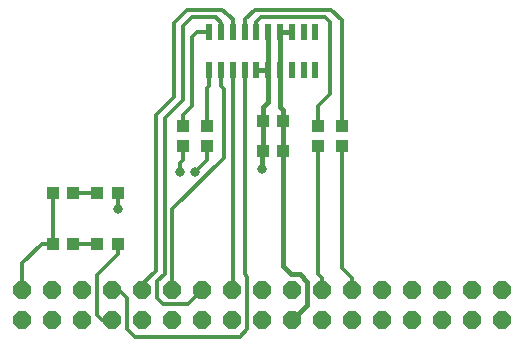
<source format=gtl>
G75*
%MOIN*%
%OFA0B0*%
%FSLAX25Y25*%
%IPPOS*%
%LPD*%
%AMOC8*
5,1,8,0,0,1.08239X$1,22.5*
%
%ADD10R,0.02402X0.05394*%
%ADD11R,0.03937X0.04331*%
%ADD12R,0.04331X0.03937*%
%ADD13OC8,0.05906*%
%ADD14R,0.03937X0.03937*%
%ADD15C,0.01600*%
%ADD16C,0.01200*%
%ADD17C,0.03200*%
D10*
X0170677Y0179443D03*
X0174614Y0179443D03*
X0178551Y0179443D03*
X0182488Y0179443D03*
X0186425Y0179443D03*
X0190362Y0179443D03*
X0194299Y0179443D03*
X0198236Y0179443D03*
X0202173Y0179443D03*
X0206110Y0179443D03*
X0206110Y0192042D03*
X0202173Y0192042D03*
X0198236Y0192042D03*
X0194299Y0192042D03*
X0190362Y0192042D03*
X0186425Y0192042D03*
X0182488Y0192042D03*
X0178551Y0192042D03*
X0174614Y0192042D03*
X0170677Y0192042D03*
D11*
X0169894Y0160703D03*
X0161894Y0160703D03*
X0161894Y0154010D03*
X0169894Y0154010D03*
X0206894Y0154010D03*
X0214894Y0154010D03*
X0214894Y0160703D03*
X0206894Y0160703D03*
D12*
X0195240Y0162357D03*
X0188547Y0162357D03*
X0188547Y0152357D03*
X0195240Y0152357D03*
X0125180Y0138447D03*
X0118487Y0138447D03*
X0118487Y0121447D03*
X0125180Y0121447D03*
D13*
X0128334Y0106147D03*
X0138334Y0106147D03*
X0148334Y0106147D03*
X0158334Y0106147D03*
X0168334Y0106147D03*
X0178334Y0106147D03*
X0188334Y0106147D03*
X0198334Y0106147D03*
X0208334Y0106147D03*
X0218334Y0106147D03*
X0228334Y0106147D03*
X0238334Y0106147D03*
X0248334Y0106147D03*
X0258334Y0106147D03*
X0268334Y0106147D03*
X0268334Y0096147D03*
X0258334Y0096147D03*
X0248334Y0096147D03*
X0238334Y0096147D03*
X0228334Y0096147D03*
X0218334Y0096147D03*
X0208334Y0096147D03*
X0198334Y0096147D03*
X0188334Y0096147D03*
X0178334Y0096147D03*
X0168334Y0096147D03*
X0158334Y0096147D03*
X0148334Y0096147D03*
X0138334Y0096147D03*
X0128334Y0096147D03*
X0118334Y0096147D03*
X0108334Y0096147D03*
X0108334Y0106147D03*
X0118334Y0106147D03*
D14*
X0133381Y0121447D03*
X0140287Y0121447D03*
X0140287Y0138447D03*
X0133381Y0138447D03*
D15*
X0188394Y0146357D02*
X0188394Y0152203D01*
X0188547Y0152357D01*
X0188547Y0162357D01*
X0188547Y0167010D01*
X0190362Y0168825D01*
X0190362Y0179443D01*
X0186425Y0179443D01*
X0190362Y0179443D02*
X0190362Y0192042D01*
X0194299Y0192042D02*
X0194299Y0179443D01*
X0194299Y0166951D01*
X0195240Y0166010D01*
X0195240Y0162357D01*
X0195240Y0152357D01*
X0195240Y0114010D01*
X0197894Y0111357D01*
X0200894Y0111357D01*
X0203344Y0108757D01*
X0203344Y0101157D01*
X0198334Y0096147D01*
X0198236Y0192042D02*
X0194299Y0192042D01*
D16*
X0143394Y0092857D02*
X0145894Y0090357D01*
X0180894Y0090357D01*
X0183394Y0092857D01*
X0183394Y0110357D01*
X0182488Y0111262D01*
X0182488Y0179443D01*
X0178551Y0179443D02*
X0178551Y0106364D01*
X0178334Y0106147D01*
X0168334Y0106147D02*
X0163544Y0101357D01*
X0155394Y0101357D01*
X0153394Y0103357D01*
X0153394Y0108857D01*
X0155894Y0111357D01*
X0155894Y0163357D01*
X0161894Y0169357D01*
X0161894Y0193857D01*
X0164894Y0196857D01*
X0172894Y0196857D01*
X0174614Y0195136D01*
X0174614Y0192042D01*
X0170677Y0192042D02*
X0166579Y0192042D01*
X0164894Y0190357D01*
X0164894Y0167357D01*
X0161894Y0164357D01*
X0161894Y0160703D01*
X0169894Y0160703D02*
X0169894Y0173357D01*
X0170677Y0174140D01*
X0170677Y0179443D01*
X0174614Y0179443D02*
X0174614Y0174136D01*
X0175614Y0173136D01*
X0175614Y0150077D01*
X0158394Y0132857D01*
X0158394Y0106207D01*
X0158334Y0106147D01*
X0152894Y0112357D02*
X0148394Y0107857D01*
X0148394Y0106207D01*
X0148334Y0106147D01*
X0143394Y0103357D02*
X0140604Y0106147D01*
X0138334Y0106147D01*
X0143394Y0103357D02*
X0143394Y0092857D01*
X0138334Y0096147D02*
X0134834Y0096147D01*
X0133334Y0097647D01*
X0133334Y0110947D01*
X0140287Y0117899D01*
X0140287Y0121447D01*
X0133381Y0121447D02*
X0125180Y0121447D01*
X0118487Y0121447D02*
X0118487Y0138447D01*
X0125180Y0138447D02*
X0133381Y0138447D01*
X0140287Y0138447D02*
X0140287Y0133994D01*
X0140334Y0132947D01*
X0160894Y0145357D02*
X0160894Y0148357D01*
X0161894Y0149357D01*
X0161894Y0154010D01*
X0169894Y0154010D02*
X0169894Y0149357D01*
X0165894Y0145357D01*
X0152894Y0164357D02*
X0158894Y0170357D01*
X0158894Y0194857D01*
X0163394Y0199357D01*
X0174894Y0199357D01*
X0178551Y0196199D01*
X0178551Y0192042D01*
X0182488Y0192042D02*
X0182488Y0196451D01*
X0185894Y0199357D01*
X0211394Y0199357D01*
X0214894Y0195857D01*
X0214894Y0160703D01*
X0206894Y0160703D02*
X0206894Y0167357D01*
X0210894Y0171357D01*
X0210894Y0195357D01*
X0209394Y0196857D01*
X0187894Y0196857D01*
X0186425Y0195388D01*
X0186425Y0192042D01*
X0152894Y0164357D02*
X0152894Y0112357D01*
X0118487Y0121447D02*
X0114834Y0121447D01*
X0108334Y0114947D01*
X0108334Y0106147D01*
X0206894Y0111387D02*
X0208334Y0109947D01*
X0208334Y0106147D01*
X0214894Y0113387D02*
X0218334Y0109947D01*
X0218334Y0106147D01*
X0214894Y0113387D02*
X0214894Y0154010D01*
X0206894Y0154010D02*
X0206894Y0111387D01*
D17*
X0140334Y0132947D03*
X0160894Y0145357D03*
X0165894Y0145357D03*
X0188394Y0146357D03*
M02*

</source>
